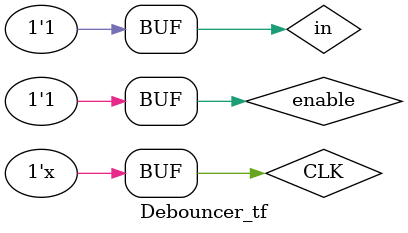
<source format=v>
`timescale 1ns / 1ps


module Debouncer_tf;

	// Inputs
	reg CLK;
	reg enable;
	reg in;

	// Outputs
	wire out;

	// Instantiate the Unit Under Test (UUT)
	Debouncer #(4) uut (
		.CLK(CLK), 
		.enable(enable),
		.in(in), 
		.out(out)
	);

	initial begin
		// Initialize Inputs
		CLK = 0;
		in = 0;
		enable = 0;

		// Wait 100 ns for global reset to finish
		#100;
		enable = 1;
        
		// Add stimulus here
		in = ~in;
		
		#10 in = ~in;
		#10 in = ~in;
		#10 in = ~in;
		#10 in = ~in;
		#10 in = ~in;
		#10 in = ~in;
		#10 in = ~in;
		#10 in = ~in;
		
	end
	
	always
		#2 CLK = ~CLK;
      
endmodule


</source>
